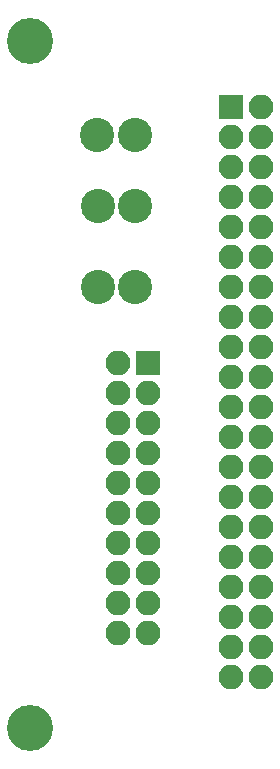
<source format=gbr>
G04 #@! TF.FileFunction,Soldermask,Bot*
%FSLAX46Y46*%
G04 Gerber Fmt 4.6, Leading zero omitted, Abs format (unit mm)*
G04 Created by KiCad (PCBNEW 4.0.6) date 06/16/19 22:17:06*
%MOMM*%
%LPD*%
G01*
G04 APERTURE LIST*
%ADD10C,0.100000*%
%ADD11C,3.900000*%
%ADD12R,2.100000X2.100000*%
%ADD13O,2.100000X2.100000*%
%ADD14C,2.900000*%
G04 APERTURE END LIST*
D10*
D11*
X149650000Y-101400000D03*
D12*
X159640000Y-128620000D03*
D13*
X157100000Y-128620000D03*
X159640000Y-131160000D03*
X157100000Y-131160000D03*
X159640000Y-133700000D03*
X157100000Y-133700000D03*
X159640000Y-136240000D03*
X157100000Y-136240000D03*
X159640000Y-138780000D03*
X157100000Y-138780000D03*
X159640000Y-141320000D03*
X157100000Y-141320000D03*
X159640000Y-143860000D03*
X157100000Y-143860000D03*
X159640000Y-146400000D03*
X157100000Y-146400000D03*
X159640000Y-148940000D03*
X157100000Y-148940000D03*
X159640000Y-151480000D03*
X157100000Y-151480000D03*
D12*
X166710000Y-106940000D03*
D13*
X169250000Y-106940000D03*
X166710000Y-109480000D03*
X169250000Y-109480000D03*
X166710000Y-112020000D03*
X169250000Y-112020000D03*
X166710000Y-114560000D03*
X169250000Y-114560000D03*
X166710000Y-117100000D03*
X169250000Y-117100000D03*
X166710000Y-119640000D03*
X169250000Y-119640000D03*
X166710000Y-122180000D03*
X169250000Y-122180000D03*
X166710000Y-124720000D03*
X169250000Y-124720000D03*
X166710000Y-127260000D03*
X169250000Y-127260000D03*
X166710000Y-129800000D03*
X169250000Y-129800000D03*
X166710000Y-132340000D03*
X169250000Y-132340000D03*
X166710000Y-134880000D03*
X169250000Y-134880000D03*
X166710000Y-137420000D03*
X169250000Y-137420000D03*
X166710000Y-139960000D03*
X169250000Y-139960000D03*
X166710000Y-142500000D03*
X169250000Y-142500000D03*
X166710000Y-145040000D03*
X169250000Y-145040000D03*
X166710000Y-147580000D03*
X169250000Y-147580000D03*
X166710000Y-150120000D03*
X169250000Y-150120000D03*
X166710000Y-152660000D03*
X169250000Y-152660000D03*
X166710000Y-155200000D03*
X169250000Y-155200000D03*
D14*
X158550000Y-109350000D03*
X155350000Y-109350000D03*
X158600000Y-115350000D03*
X155400000Y-115350000D03*
X158600000Y-122150000D03*
X155400000Y-122150000D03*
D11*
X149650000Y-159500000D03*
M02*

</source>
